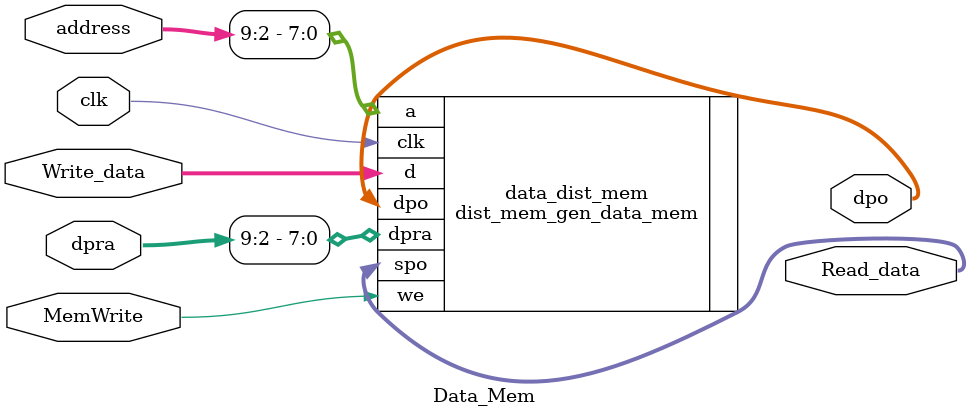
<source format=v>
module Data_Mem(
    input [31:0] address,
    input [31:0] dpra,
    input [31:0] Write_data,
    input MemWrite,
    input clk,
    output [31:0] Read_data,
    output [31:0] dpo
    );
    dist_mem_gen_data_mem data_dist_mem(.a(address[9:2]),.d(Write_data),.clk(clk),.we(MemWrite),.spo(Read_data),.dpra(dpra[9:2]),.dpo(dpo));
endmodule

</source>
